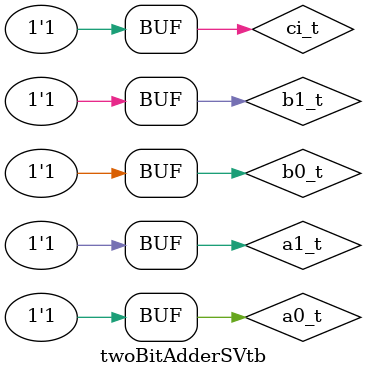
<source format=sv>
`timescale 1ns / 1ps


module twoBitAdderSVtb();
logic ci_t,a0_t,b0_t,a1_t,b1_t;
logic s0_t,s1_t,co_t;
twoBitAdderSV dut(.s0(s0_t),.s1(s1_t),.co(co_t),.ci(ci_t),.a0(a0_t),.b0(b0_t),.a1(a1_t),.b1(b1_t));
initial begin
ci_t=0; a0_t=0; b0_t=0; a1_t=0; b1_t=0; #10;
ci_t=0; a0_t=0; b0_t=0; a1_t=0; b1_t=1; #10;
ci_t=0; a0_t=0; b0_t=0; a1_t=1; b1_t=0; #10;
ci_t=0; a0_t=0; b0_t=0; a1_t=1; b1_t=1; #10;
ci_t=0; a0_t=0; b0_t=1; a1_t=0; b1_t=0; #10;
ci_t=0; a0_t=0; b0_t=1; a1_t=0; b1_t=1; #10;
ci_t=0; a0_t=0; b0_t=1; a1_t=1; b1_t=0; #10;
ci_t=0; a0_t=0; b0_t=1; a1_t=1; b1_t=1; #10;
ci_t=0; a0_t=1; b0_t=0; a1_t=0; b1_t=0; #10;
ci_t=0; a0_t=1; b0_t=0; a1_t=0; b1_t=1; #10;
ci_t=0; a0_t=1; b0_t=0; a1_t=1; b1_t=0; #10;
ci_t=0; a0_t=1; b0_t=0; a1_t=1; b1_t=1; #10;
ci_t=0; a0_t=1; b0_t=1; a1_t=0; b1_t=0; #10;
ci_t=0; a0_t=1; b0_t=1; a1_t=0; b1_t=1; #10;
ci_t=0; a0_t=1; b0_t=1; a1_t=1; b1_t=0; #10;
ci_t=0; a0_t=1; b0_t=1; a1_t=1; b1_t=1; #10;
ci_t=1; a0_t=0; b0_t=0; a1_t=0; b1_t=0; #10;
ci_t=1; a0_t=0; b0_t=0; a1_t=0; b1_t=1; #10;
ci_t=1; a0_t=0; b0_t=0; a1_t=1; b1_t=0; #10;
ci_t=1; a0_t=0; b0_t=0; a1_t=1; b1_t=1; #10;
ci_t=1; a0_t=0; b0_t=1; a1_t=0; b1_t=0; #10;
ci_t=1; a0_t=0; b0_t=1; a1_t=0; b1_t=1; #10;
ci_t=1; a0_t=0; b0_t=1; a1_t=1; b1_t=0; #10;
ci_t=1; a0_t=0; b0_t=1; a1_t=1; b1_t=1; #10;
ci_t=1; a0_t=1; b0_t=0; a1_t=0; b1_t=0; #10;
ci_t=1; a0_t=1; b0_t=0; a1_t=0; b1_t=1; #10;
ci_t=1; a0_t=1; b0_t=0; a1_t=1; b1_t=0; #10;
ci_t=1; a0_t=1; b0_t=0; a1_t=1; b1_t=1; #10;
ci_t=1; a0_t=1; b0_t=1; a1_t=0; b1_t=0; #10;
ci_t=1; a0_t=1; b0_t=1; a1_t=0; b1_t=1; #10;
ci_t=1; a0_t=1; b0_t=1; a1_t=1; b1_t=0; #10;
ci_t=1; a0_t=1; b0_t=1; a1_t=1; b1_t=1; #10;
end
endmodule

</source>
